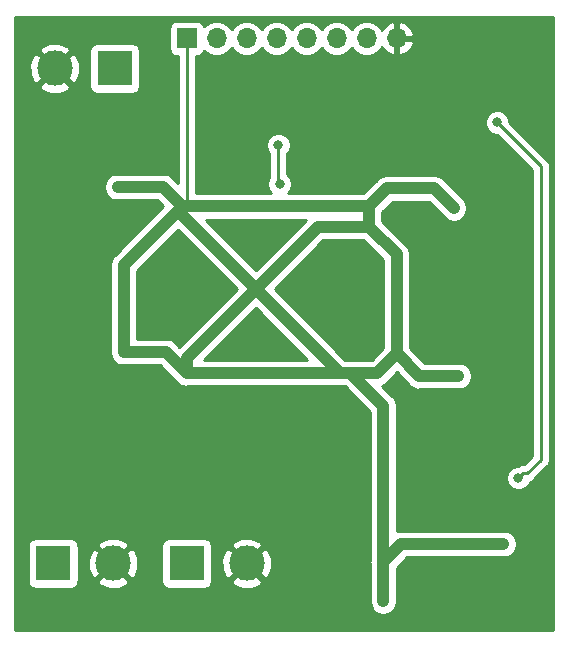
<source format=gbr>
G04 #@! TF.GenerationSoftware,KiCad,Pcbnew,(5.0.0)*
G04 #@! TF.CreationDate,2020-04-28T19:31:03-04:00*
G04 #@! TF.ProjectId,Kyle's Amp,4B796C65277320416D702E6B69636164,rev?*
G04 #@! TF.SameCoordinates,Original*
G04 #@! TF.FileFunction,Copper,L2,Bot,Signal*
G04 #@! TF.FilePolarity,Positive*
%FSLAX46Y46*%
G04 Gerber Fmt 4.6, Leading zero omitted, Abs format (unit mm)*
G04 Created by KiCad (PCBNEW (5.0.0)) date 04/28/20 19:31:03*
%MOMM*%
%LPD*%
G01*
G04 APERTURE LIST*
G04 #@! TA.AperFunction,ComponentPad*
%ADD10R,3.000000X3.000000*%
G04 #@! TD*
G04 #@! TA.AperFunction,ComponentPad*
%ADD11C,3.000000*%
G04 #@! TD*
G04 #@! TA.AperFunction,ComponentPad*
%ADD12O,1.700000X1.700000*%
G04 #@! TD*
G04 #@! TA.AperFunction,ComponentPad*
%ADD13R,1.700000X1.700000*%
G04 #@! TD*
G04 #@! TA.AperFunction,ViaPad*
%ADD14C,0.800000*%
G04 #@! TD*
G04 #@! TA.AperFunction,Conductor*
%ADD15C,1.000000*%
G04 #@! TD*
G04 #@! TA.AperFunction,Conductor*
%ADD16C,0.250000*%
G04 #@! TD*
G04 #@! TA.AperFunction,Conductor*
%ADD17C,0.254000*%
G04 #@! TD*
G04 APERTURE END LIST*
D10*
G04 #@! TO.P,J2,1*
G04 #@! TO.N,VCC*
X108077000Y-115570000D03*
D11*
G04 #@! TO.P,J2,2*
G04 #@! TO.N,GND*
X113157000Y-115570000D03*
G04 #@! TD*
D12*
G04 #@! TO.P,J3,8*
G04 #@! TO.N,GND*
X137160000Y-71120000D03*
G04 #@! TO.P,J3,7*
G04 #@! TO.N,Net-(J3-Pad7)*
X134620000Y-71120000D03*
G04 #@! TO.P,J3,6*
G04 #@! TO.N,Net-(J3-Pad6)*
X132080000Y-71120000D03*
G04 #@! TO.P,J3,5*
G04 #@! TO.N,Net-(J3-Pad5)*
X129540000Y-71120000D03*
G04 #@! TO.P,J3,4*
G04 #@! TO.N,Net-(J3-Pad4)*
X127000000Y-71120000D03*
G04 #@! TO.P,J3,3*
G04 #@! TO.N,Net-(J3-Pad3)*
X124460000Y-71120000D03*
G04 #@! TO.P,J3,2*
G04 #@! TO.N,Net-(J3-Pad2)*
X121920000Y-71120000D03*
D13*
G04 #@! TO.P,J3,1*
G04 #@! TO.N,VCC*
X119380000Y-71120000D03*
G04 #@! TD*
D11*
G04 #@! TO.P,J4,2*
G04 #@! TO.N,GND*
X108204000Y-73660000D03*
D10*
G04 #@! TO.P,J4,1*
G04 #@! TO.N,INPUT1*
X113284000Y-73660000D03*
G04 #@! TD*
D11*
G04 #@! TO.P,J1,2*
G04 #@! TO.N,GND*
X124460000Y-115570000D03*
D10*
G04 #@! TO.P,J1,1*
G04 #@! TO.N,GPIO*
X119380000Y-115570000D03*
G04 #@! TD*
D14*
G04 #@! TO.N,VCC*
X137160000Y-97790000D03*
X142367000Y-99695000D03*
X119380000Y-99441000D03*
X114046000Y-97663000D03*
X118999000Y-85344000D03*
X113538000Y-83693000D03*
X136906000Y-83820000D03*
X141986000Y-85471000D03*
X136017000Y-118745000D03*
X146177000Y-113919000D03*
X114046000Y-92710000D03*
G04 #@! TO.N,GND*
X113548000Y-86614000D03*
X137033000Y-86741000D03*
X137287000Y-100711000D03*
X114046000Y-100584000D03*
X127000000Y-97790000D03*
X129540000Y-92710000D03*
X134620000Y-93980000D03*
X125730000Y-83820000D03*
X142875000Y-117602000D03*
X127254000Y-102362000D03*
X115824000Y-93726000D03*
X126238000Y-87757000D03*
X121920000Y-81280000D03*
X129540000Y-83820000D03*
X146050000Y-92710000D03*
X146050000Y-83820000D03*
X120650000Y-91440000D03*
X134620000Y-91440000D03*
G04 #@! TO.N,INPUT3*
X127143000Y-80137000D03*
X127254000Y-83439000D03*
G04 #@! TO.N,ENVOLPE*
X147447000Y-108331000D03*
X145669000Y-78232000D03*
G04 #@! TD*
D15*
G04 #@! TO.N,VCC*
X117348000Y-83693000D02*
X118999000Y-85344000D01*
X113538000Y-83693000D02*
X117348000Y-83693000D01*
X117602000Y-97663000D02*
X119380000Y-99441000D01*
X114046000Y-97663000D02*
X117602000Y-97663000D01*
X135509000Y-99441000D02*
X137160000Y-97790000D01*
X119564685Y-85344000D02*
X118999000Y-85344000D01*
X134816315Y-85344000D02*
X119564685Y-85344000D01*
X136340315Y-83820000D02*
X134816315Y-85344000D01*
X136906000Y-83820000D02*
X136340315Y-83820000D01*
X140335000Y-83820000D02*
X141986000Y-85471000D01*
X136906000Y-83820000D02*
X140335000Y-83820000D01*
X139065000Y-99695000D02*
X137160000Y-97790000D01*
X142367000Y-99695000D02*
X139065000Y-99695000D01*
X136017000Y-102235000D02*
X133223000Y-99441000D01*
X136017000Y-118745000D02*
X136017000Y-102235000D01*
X119380000Y-99441000D02*
X133223000Y-99441000D01*
X137160000Y-97790000D02*
X137160000Y-89408000D01*
X134816315Y-87064315D02*
X134816315Y-85344000D01*
X137160000Y-89408000D02*
X134816315Y-87064315D01*
X119380000Y-99441000D02*
X119380000Y-98171000D01*
X130486685Y-87064315D02*
X134816315Y-87064315D01*
X119380000Y-98171000D02*
X130486685Y-87064315D01*
X132334000Y-99441000D02*
X118618000Y-85725000D01*
X134874000Y-99441000D02*
X132334000Y-99441000D01*
X118618000Y-85725000D02*
X114046000Y-90297000D01*
X118999000Y-85344000D02*
X118618000Y-85725000D01*
X134874000Y-99441000D02*
X135509000Y-99441000D01*
X133223000Y-99441000D02*
X134874000Y-99441000D01*
X136017000Y-118745000D02*
X136017000Y-115443000D01*
X136017000Y-115443000D02*
X137541000Y-113919000D01*
X137541000Y-113919000D02*
X146177000Y-113919000D01*
D16*
X119380000Y-84963000D02*
X118999000Y-85344000D01*
X119380000Y-71120000D02*
X119380000Y-84963000D01*
D15*
X114046000Y-92710000D02*
X114046000Y-97663000D01*
X114046000Y-90297000D02*
X114046000Y-92710000D01*
D16*
G04 #@! TO.N,INPUT3*
X127143000Y-80137000D02*
X127143000Y-83328000D01*
X127143000Y-83328000D02*
X127254000Y-83439000D01*
G04 #@! TO.N,ENVOLPE*
X147846999Y-107931001D02*
X148227999Y-107931001D01*
X147447000Y-108331000D02*
X147846999Y-107931001D01*
X148227999Y-107931001D02*
X149352000Y-106807000D01*
X149352000Y-106807000D02*
X149352000Y-81915000D01*
X149352000Y-81915000D02*
X145669000Y-78232000D01*
G04 #@! TD*
D17*
G04 #@! TO.N,GND*
G36*
X150420001Y-121210000D02*
X104850000Y-121210000D01*
X104850000Y-114070000D01*
X105929560Y-114070000D01*
X105929560Y-117070000D01*
X105978843Y-117317765D01*
X106119191Y-117527809D01*
X106329235Y-117668157D01*
X106577000Y-117717440D01*
X109577000Y-117717440D01*
X109824765Y-117668157D01*
X110034809Y-117527809D01*
X110175157Y-117317765D01*
X110221661Y-117083970D01*
X111822635Y-117083970D01*
X111982418Y-117402739D01*
X112773187Y-117712723D01*
X113622387Y-117696497D01*
X114331582Y-117402739D01*
X114491365Y-117083970D01*
X113157000Y-115749605D01*
X111822635Y-117083970D01*
X110221661Y-117083970D01*
X110224440Y-117070000D01*
X110224440Y-115186187D01*
X111014277Y-115186187D01*
X111030503Y-116035387D01*
X111324261Y-116744582D01*
X111643030Y-116904365D01*
X112977395Y-115570000D01*
X113336605Y-115570000D01*
X114670970Y-116904365D01*
X114989739Y-116744582D01*
X115299723Y-115953813D01*
X115283497Y-115104613D01*
X114989739Y-114395418D01*
X114670970Y-114235635D01*
X113336605Y-115570000D01*
X112977395Y-115570000D01*
X111643030Y-114235635D01*
X111324261Y-114395418D01*
X111014277Y-115186187D01*
X110224440Y-115186187D01*
X110224440Y-114070000D01*
X110221662Y-114056030D01*
X111822635Y-114056030D01*
X113157000Y-115390395D01*
X114477395Y-114070000D01*
X117232560Y-114070000D01*
X117232560Y-117070000D01*
X117281843Y-117317765D01*
X117422191Y-117527809D01*
X117632235Y-117668157D01*
X117880000Y-117717440D01*
X120880000Y-117717440D01*
X121127765Y-117668157D01*
X121337809Y-117527809D01*
X121478157Y-117317765D01*
X121524661Y-117083970D01*
X123125635Y-117083970D01*
X123285418Y-117402739D01*
X124076187Y-117712723D01*
X124925387Y-117696497D01*
X125634582Y-117402739D01*
X125794365Y-117083970D01*
X124460000Y-115749605D01*
X123125635Y-117083970D01*
X121524661Y-117083970D01*
X121527440Y-117070000D01*
X121527440Y-115186187D01*
X122317277Y-115186187D01*
X122333503Y-116035387D01*
X122627261Y-116744582D01*
X122946030Y-116904365D01*
X124280395Y-115570000D01*
X124639605Y-115570000D01*
X125973970Y-116904365D01*
X126292739Y-116744582D01*
X126602723Y-115953813D01*
X126586497Y-115104613D01*
X126292739Y-114395418D01*
X125973970Y-114235635D01*
X124639605Y-115570000D01*
X124280395Y-115570000D01*
X122946030Y-114235635D01*
X122627261Y-114395418D01*
X122317277Y-115186187D01*
X121527440Y-115186187D01*
X121527440Y-114070000D01*
X121524662Y-114056030D01*
X123125635Y-114056030D01*
X124460000Y-115390395D01*
X125794365Y-114056030D01*
X125634582Y-113737261D01*
X124843813Y-113427277D01*
X123994613Y-113443503D01*
X123285418Y-113737261D01*
X123125635Y-114056030D01*
X121524662Y-114056030D01*
X121478157Y-113822235D01*
X121337809Y-113612191D01*
X121127765Y-113471843D01*
X120880000Y-113422560D01*
X117880000Y-113422560D01*
X117632235Y-113471843D01*
X117422191Y-113612191D01*
X117281843Y-113822235D01*
X117232560Y-114070000D01*
X114477395Y-114070000D01*
X114491365Y-114056030D01*
X114331582Y-113737261D01*
X113540813Y-113427277D01*
X112691613Y-113443503D01*
X111982418Y-113737261D01*
X111822635Y-114056030D01*
X110221662Y-114056030D01*
X110175157Y-113822235D01*
X110034809Y-113612191D01*
X109824765Y-113471843D01*
X109577000Y-113422560D01*
X106577000Y-113422560D01*
X106329235Y-113471843D01*
X106119191Y-113612191D01*
X105978843Y-113822235D01*
X105929560Y-114070000D01*
X104850000Y-114070000D01*
X104850000Y-83693000D01*
X112380765Y-83693000D01*
X112468854Y-84135855D01*
X112719711Y-84511289D01*
X113095145Y-84762146D01*
X113426217Y-84828000D01*
X116877869Y-84828000D01*
X117393868Y-85344000D01*
X113322482Y-89415387D01*
X113227711Y-89478711D01*
X112979054Y-89850854D01*
X112976854Y-89854146D01*
X112888765Y-90297000D01*
X112911000Y-90408783D01*
X112911001Y-92598213D01*
X112911000Y-92598218D01*
X112911001Y-97551212D01*
X112888765Y-97663000D01*
X112976854Y-98105855D01*
X113227711Y-98481289D01*
X113603145Y-98732146D01*
X113934217Y-98798000D01*
X114046000Y-98820235D01*
X114157783Y-98798000D01*
X117131869Y-98798000D01*
X118498389Y-100164521D01*
X118561710Y-100259288D01*
X118561711Y-100259289D01*
X118937145Y-100510146D01*
X119380000Y-100598235D01*
X119491783Y-100576000D01*
X132222216Y-100576000D01*
X132333999Y-100598235D01*
X132445782Y-100576000D01*
X132752869Y-100576000D01*
X134882001Y-102705133D01*
X134882000Y-115331216D01*
X134859765Y-115443000D01*
X134882000Y-115554784D01*
X134882000Y-118856782D01*
X134947854Y-119187854D01*
X135198711Y-119563289D01*
X135574145Y-119814146D01*
X136017000Y-119902235D01*
X136459854Y-119814146D01*
X136835289Y-119563289D01*
X137086146Y-119187855D01*
X137152000Y-118856783D01*
X137152000Y-115913131D01*
X138011133Y-115054000D01*
X146288783Y-115054000D01*
X146619855Y-114988146D01*
X146995289Y-114737289D01*
X147246146Y-114361855D01*
X147334235Y-113919000D01*
X147246146Y-113476145D01*
X146995289Y-113100711D01*
X146619855Y-112849854D01*
X146288783Y-112784000D01*
X137652781Y-112784000D01*
X137540999Y-112761765D01*
X137429217Y-112784000D01*
X137152000Y-112839142D01*
X137152000Y-102346783D01*
X137174235Y-102235000D01*
X137086146Y-101792145D01*
X136835289Y-101416711D01*
X136740521Y-101353389D01*
X135906333Y-100519201D01*
X135951855Y-100510146D01*
X136327289Y-100259289D01*
X136390613Y-100164519D01*
X137160000Y-99395132D01*
X138183389Y-100418521D01*
X138246711Y-100513289D01*
X138571042Y-100730000D01*
X138622145Y-100764146D01*
X139065000Y-100852235D01*
X139176783Y-100830000D01*
X142478783Y-100830000D01*
X142809855Y-100764146D01*
X143185289Y-100513289D01*
X143436146Y-100137855D01*
X143524235Y-99695000D01*
X143436146Y-99252145D01*
X143185289Y-98876711D01*
X142809855Y-98625854D01*
X142478783Y-98560000D01*
X139535132Y-98560000D01*
X138295000Y-97319869D01*
X138295000Y-89519782D01*
X138317235Y-89407999D01*
X138229146Y-88965145D01*
X137978289Y-88589711D01*
X137883521Y-88526389D01*
X135951315Y-86594184D01*
X135951315Y-85814131D01*
X136810448Y-84955000D01*
X139864869Y-84955000D01*
X141262476Y-86352609D01*
X141543145Y-86540146D01*
X141986000Y-86628235D01*
X142428854Y-86540146D01*
X142804289Y-86289289D01*
X143055146Y-85913854D01*
X143143235Y-85471000D01*
X143055146Y-85028145D01*
X142867609Y-84747476D01*
X141216613Y-83096481D01*
X141153289Y-83001711D01*
X140777855Y-82750854D01*
X140446783Y-82685000D01*
X140335000Y-82662765D01*
X140223217Y-82685000D01*
X136452096Y-82685000D01*
X136340314Y-82662765D01*
X136228532Y-82685000D01*
X135897460Y-82750854D01*
X135522026Y-83001711D01*
X135458706Y-83096476D01*
X134346184Y-84209000D01*
X127947711Y-84209000D01*
X128131431Y-84025280D01*
X128289000Y-83644874D01*
X128289000Y-83233126D01*
X128131431Y-82852720D01*
X127903000Y-82624289D01*
X127903000Y-80840711D01*
X128020431Y-80723280D01*
X128178000Y-80342874D01*
X128178000Y-79931126D01*
X128020431Y-79550720D01*
X127729280Y-79259569D01*
X127348874Y-79102000D01*
X126937126Y-79102000D01*
X126556720Y-79259569D01*
X126265569Y-79550720D01*
X126108000Y-79931126D01*
X126108000Y-80342874D01*
X126265569Y-80723280D01*
X126383000Y-80840711D01*
X126383001Y-82846288D01*
X126376569Y-82852720D01*
X126219000Y-83233126D01*
X126219000Y-83644874D01*
X126376569Y-84025280D01*
X126560289Y-84209000D01*
X120140000Y-84209000D01*
X120140000Y-78026126D01*
X144634000Y-78026126D01*
X144634000Y-78437874D01*
X144791569Y-78818280D01*
X145082720Y-79109431D01*
X145463126Y-79267000D01*
X145629199Y-79267000D01*
X148592001Y-82229803D01*
X148592000Y-106492197D01*
X147914632Y-107169566D01*
X147846998Y-107156113D01*
X147772151Y-107171001D01*
X147772147Y-107171001D01*
X147550462Y-107215097D01*
X147429382Y-107296000D01*
X147241126Y-107296000D01*
X146860720Y-107453569D01*
X146569569Y-107744720D01*
X146412000Y-108125126D01*
X146412000Y-108536874D01*
X146569569Y-108917280D01*
X146860720Y-109208431D01*
X147241126Y-109366000D01*
X147652874Y-109366000D01*
X148033280Y-109208431D01*
X148324431Y-108917280D01*
X148428512Y-108666005D01*
X148524536Y-108646905D01*
X148775928Y-108478930D01*
X148818330Y-108415471D01*
X149836476Y-107397327D01*
X149899929Y-107354929D01*
X149942327Y-107291476D01*
X149942329Y-107291474D01*
X150067903Y-107103538D01*
X150067904Y-107103537D01*
X150112000Y-106881852D01*
X150112000Y-106881848D01*
X150126888Y-106807001D01*
X150112000Y-106732154D01*
X150112000Y-81989848D01*
X150126888Y-81915000D01*
X150112000Y-81840152D01*
X150112000Y-81840148D01*
X150067904Y-81618463D01*
X149899929Y-81367071D01*
X149836473Y-81324671D01*
X146704000Y-78192199D01*
X146704000Y-78026126D01*
X146546431Y-77645720D01*
X146255280Y-77354569D01*
X145874874Y-77197000D01*
X145463126Y-77197000D01*
X145082720Y-77354569D01*
X144791569Y-77645720D01*
X144634000Y-78026126D01*
X120140000Y-78026126D01*
X120140000Y-72617440D01*
X120230000Y-72617440D01*
X120477765Y-72568157D01*
X120687809Y-72427809D01*
X120828157Y-72217765D01*
X120837184Y-72172381D01*
X120849375Y-72190625D01*
X121340582Y-72518839D01*
X121773744Y-72605000D01*
X122066256Y-72605000D01*
X122499418Y-72518839D01*
X122990625Y-72190625D01*
X123190000Y-71892239D01*
X123389375Y-72190625D01*
X123880582Y-72518839D01*
X124313744Y-72605000D01*
X124606256Y-72605000D01*
X125039418Y-72518839D01*
X125530625Y-72190625D01*
X125730000Y-71892239D01*
X125929375Y-72190625D01*
X126420582Y-72518839D01*
X126853744Y-72605000D01*
X127146256Y-72605000D01*
X127579418Y-72518839D01*
X128070625Y-72190625D01*
X128270000Y-71892239D01*
X128469375Y-72190625D01*
X128960582Y-72518839D01*
X129393744Y-72605000D01*
X129686256Y-72605000D01*
X130119418Y-72518839D01*
X130610625Y-72190625D01*
X130810000Y-71892239D01*
X131009375Y-72190625D01*
X131500582Y-72518839D01*
X131933744Y-72605000D01*
X132226256Y-72605000D01*
X132659418Y-72518839D01*
X133150625Y-72190625D01*
X133350000Y-71892239D01*
X133549375Y-72190625D01*
X134040582Y-72518839D01*
X134473744Y-72605000D01*
X134766256Y-72605000D01*
X135199418Y-72518839D01*
X135690625Y-72190625D01*
X135903843Y-71871522D01*
X135964817Y-72001358D01*
X136393076Y-72391645D01*
X136803110Y-72561476D01*
X137033000Y-72440155D01*
X137033000Y-71247000D01*
X137287000Y-71247000D01*
X137287000Y-72440155D01*
X137516890Y-72561476D01*
X137926924Y-72391645D01*
X138355183Y-72001358D01*
X138601486Y-71476892D01*
X138480819Y-71247000D01*
X137287000Y-71247000D01*
X137033000Y-71247000D01*
X137013000Y-71247000D01*
X137013000Y-70993000D01*
X137033000Y-70993000D01*
X137033000Y-69799845D01*
X137287000Y-69799845D01*
X137287000Y-70993000D01*
X138480819Y-70993000D01*
X138601486Y-70763108D01*
X138355183Y-70238642D01*
X137926924Y-69848355D01*
X137516890Y-69678524D01*
X137287000Y-69799845D01*
X137033000Y-69799845D01*
X136803110Y-69678524D01*
X136393076Y-69848355D01*
X135964817Y-70238642D01*
X135903843Y-70368478D01*
X135690625Y-70049375D01*
X135199418Y-69721161D01*
X134766256Y-69635000D01*
X134473744Y-69635000D01*
X134040582Y-69721161D01*
X133549375Y-70049375D01*
X133350000Y-70347761D01*
X133150625Y-70049375D01*
X132659418Y-69721161D01*
X132226256Y-69635000D01*
X131933744Y-69635000D01*
X131500582Y-69721161D01*
X131009375Y-70049375D01*
X130810000Y-70347761D01*
X130610625Y-70049375D01*
X130119418Y-69721161D01*
X129686256Y-69635000D01*
X129393744Y-69635000D01*
X128960582Y-69721161D01*
X128469375Y-70049375D01*
X128270000Y-70347761D01*
X128070625Y-70049375D01*
X127579418Y-69721161D01*
X127146256Y-69635000D01*
X126853744Y-69635000D01*
X126420582Y-69721161D01*
X125929375Y-70049375D01*
X125730000Y-70347761D01*
X125530625Y-70049375D01*
X125039418Y-69721161D01*
X124606256Y-69635000D01*
X124313744Y-69635000D01*
X123880582Y-69721161D01*
X123389375Y-70049375D01*
X123190000Y-70347761D01*
X122990625Y-70049375D01*
X122499418Y-69721161D01*
X122066256Y-69635000D01*
X121773744Y-69635000D01*
X121340582Y-69721161D01*
X120849375Y-70049375D01*
X120837184Y-70067619D01*
X120828157Y-70022235D01*
X120687809Y-69812191D01*
X120477765Y-69671843D01*
X120230000Y-69622560D01*
X118530000Y-69622560D01*
X118282235Y-69671843D01*
X118072191Y-69812191D01*
X117931843Y-70022235D01*
X117882560Y-70270000D01*
X117882560Y-71970000D01*
X117931843Y-72217765D01*
X118072191Y-72427809D01*
X118282235Y-72568157D01*
X118530000Y-72617440D01*
X118620000Y-72617440D01*
X118620001Y-83359869D01*
X118229613Y-82969481D01*
X118166289Y-82874711D01*
X117790855Y-82623854D01*
X117459783Y-82558000D01*
X117348000Y-82535765D01*
X117236217Y-82558000D01*
X113426217Y-82558000D01*
X113095145Y-82623854D01*
X112719711Y-82874711D01*
X112468854Y-83250145D01*
X112380765Y-83693000D01*
X104850000Y-83693000D01*
X104850000Y-75173970D01*
X106869635Y-75173970D01*
X107029418Y-75492739D01*
X107820187Y-75802723D01*
X108669387Y-75786497D01*
X109378582Y-75492739D01*
X109538365Y-75173970D01*
X108204000Y-73839605D01*
X106869635Y-75173970D01*
X104850000Y-75173970D01*
X104850000Y-73276187D01*
X106061277Y-73276187D01*
X106077503Y-74125387D01*
X106371261Y-74834582D01*
X106690030Y-74994365D01*
X108024395Y-73660000D01*
X108383605Y-73660000D01*
X109717970Y-74994365D01*
X110036739Y-74834582D01*
X110346723Y-74043813D01*
X110330497Y-73194613D01*
X110036739Y-72485418D01*
X109717970Y-72325635D01*
X108383605Y-73660000D01*
X108024395Y-73660000D01*
X106690030Y-72325635D01*
X106371261Y-72485418D01*
X106061277Y-73276187D01*
X104850000Y-73276187D01*
X104850000Y-72146030D01*
X106869635Y-72146030D01*
X108204000Y-73480395D01*
X109524395Y-72160000D01*
X111136560Y-72160000D01*
X111136560Y-75160000D01*
X111185843Y-75407765D01*
X111326191Y-75617809D01*
X111536235Y-75758157D01*
X111784000Y-75807440D01*
X114784000Y-75807440D01*
X115031765Y-75758157D01*
X115241809Y-75617809D01*
X115382157Y-75407765D01*
X115431440Y-75160000D01*
X115431440Y-72160000D01*
X115382157Y-71912235D01*
X115241809Y-71702191D01*
X115031765Y-71561843D01*
X114784000Y-71512560D01*
X111784000Y-71512560D01*
X111536235Y-71561843D01*
X111326191Y-71702191D01*
X111185843Y-71912235D01*
X111136560Y-72160000D01*
X109524395Y-72160000D01*
X109538365Y-72146030D01*
X109378582Y-71827261D01*
X108587813Y-71517277D01*
X107738613Y-71533503D01*
X107029418Y-71827261D01*
X106869635Y-72146030D01*
X104850000Y-72146030D01*
X104850000Y-69290000D01*
X150420000Y-69290000D01*
X150420001Y-121210000D01*
X150420001Y-121210000D01*
G37*
X150420001Y-121210000D02*
X104850000Y-121210000D01*
X104850000Y-114070000D01*
X105929560Y-114070000D01*
X105929560Y-117070000D01*
X105978843Y-117317765D01*
X106119191Y-117527809D01*
X106329235Y-117668157D01*
X106577000Y-117717440D01*
X109577000Y-117717440D01*
X109824765Y-117668157D01*
X110034809Y-117527809D01*
X110175157Y-117317765D01*
X110221661Y-117083970D01*
X111822635Y-117083970D01*
X111982418Y-117402739D01*
X112773187Y-117712723D01*
X113622387Y-117696497D01*
X114331582Y-117402739D01*
X114491365Y-117083970D01*
X113157000Y-115749605D01*
X111822635Y-117083970D01*
X110221661Y-117083970D01*
X110224440Y-117070000D01*
X110224440Y-115186187D01*
X111014277Y-115186187D01*
X111030503Y-116035387D01*
X111324261Y-116744582D01*
X111643030Y-116904365D01*
X112977395Y-115570000D01*
X113336605Y-115570000D01*
X114670970Y-116904365D01*
X114989739Y-116744582D01*
X115299723Y-115953813D01*
X115283497Y-115104613D01*
X114989739Y-114395418D01*
X114670970Y-114235635D01*
X113336605Y-115570000D01*
X112977395Y-115570000D01*
X111643030Y-114235635D01*
X111324261Y-114395418D01*
X111014277Y-115186187D01*
X110224440Y-115186187D01*
X110224440Y-114070000D01*
X110221662Y-114056030D01*
X111822635Y-114056030D01*
X113157000Y-115390395D01*
X114477395Y-114070000D01*
X117232560Y-114070000D01*
X117232560Y-117070000D01*
X117281843Y-117317765D01*
X117422191Y-117527809D01*
X117632235Y-117668157D01*
X117880000Y-117717440D01*
X120880000Y-117717440D01*
X121127765Y-117668157D01*
X121337809Y-117527809D01*
X121478157Y-117317765D01*
X121524661Y-117083970D01*
X123125635Y-117083970D01*
X123285418Y-117402739D01*
X124076187Y-117712723D01*
X124925387Y-117696497D01*
X125634582Y-117402739D01*
X125794365Y-117083970D01*
X124460000Y-115749605D01*
X123125635Y-117083970D01*
X121524661Y-117083970D01*
X121527440Y-117070000D01*
X121527440Y-115186187D01*
X122317277Y-115186187D01*
X122333503Y-116035387D01*
X122627261Y-116744582D01*
X122946030Y-116904365D01*
X124280395Y-115570000D01*
X124639605Y-115570000D01*
X125973970Y-116904365D01*
X126292739Y-116744582D01*
X126602723Y-115953813D01*
X126586497Y-115104613D01*
X126292739Y-114395418D01*
X125973970Y-114235635D01*
X124639605Y-115570000D01*
X124280395Y-115570000D01*
X122946030Y-114235635D01*
X122627261Y-114395418D01*
X122317277Y-115186187D01*
X121527440Y-115186187D01*
X121527440Y-114070000D01*
X121524662Y-114056030D01*
X123125635Y-114056030D01*
X124460000Y-115390395D01*
X125794365Y-114056030D01*
X125634582Y-113737261D01*
X124843813Y-113427277D01*
X123994613Y-113443503D01*
X123285418Y-113737261D01*
X123125635Y-114056030D01*
X121524662Y-114056030D01*
X121478157Y-113822235D01*
X121337809Y-113612191D01*
X121127765Y-113471843D01*
X120880000Y-113422560D01*
X117880000Y-113422560D01*
X117632235Y-113471843D01*
X117422191Y-113612191D01*
X117281843Y-113822235D01*
X117232560Y-114070000D01*
X114477395Y-114070000D01*
X114491365Y-114056030D01*
X114331582Y-113737261D01*
X113540813Y-113427277D01*
X112691613Y-113443503D01*
X111982418Y-113737261D01*
X111822635Y-114056030D01*
X110221662Y-114056030D01*
X110175157Y-113822235D01*
X110034809Y-113612191D01*
X109824765Y-113471843D01*
X109577000Y-113422560D01*
X106577000Y-113422560D01*
X106329235Y-113471843D01*
X106119191Y-113612191D01*
X105978843Y-113822235D01*
X105929560Y-114070000D01*
X104850000Y-114070000D01*
X104850000Y-83693000D01*
X112380765Y-83693000D01*
X112468854Y-84135855D01*
X112719711Y-84511289D01*
X113095145Y-84762146D01*
X113426217Y-84828000D01*
X116877869Y-84828000D01*
X117393868Y-85344000D01*
X113322482Y-89415387D01*
X113227711Y-89478711D01*
X112979054Y-89850854D01*
X112976854Y-89854146D01*
X112888765Y-90297000D01*
X112911000Y-90408783D01*
X112911001Y-92598213D01*
X112911000Y-92598218D01*
X112911001Y-97551212D01*
X112888765Y-97663000D01*
X112976854Y-98105855D01*
X113227711Y-98481289D01*
X113603145Y-98732146D01*
X113934217Y-98798000D01*
X114046000Y-98820235D01*
X114157783Y-98798000D01*
X117131869Y-98798000D01*
X118498389Y-100164521D01*
X118561710Y-100259288D01*
X118561711Y-100259289D01*
X118937145Y-100510146D01*
X119380000Y-100598235D01*
X119491783Y-100576000D01*
X132222216Y-100576000D01*
X132333999Y-100598235D01*
X132445782Y-100576000D01*
X132752869Y-100576000D01*
X134882001Y-102705133D01*
X134882000Y-115331216D01*
X134859765Y-115443000D01*
X134882000Y-115554784D01*
X134882000Y-118856782D01*
X134947854Y-119187854D01*
X135198711Y-119563289D01*
X135574145Y-119814146D01*
X136017000Y-119902235D01*
X136459854Y-119814146D01*
X136835289Y-119563289D01*
X137086146Y-119187855D01*
X137152000Y-118856783D01*
X137152000Y-115913131D01*
X138011133Y-115054000D01*
X146288783Y-115054000D01*
X146619855Y-114988146D01*
X146995289Y-114737289D01*
X147246146Y-114361855D01*
X147334235Y-113919000D01*
X147246146Y-113476145D01*
X146995289Y-113100711D01*
X146619855Y-112849854D01*
X146288783Y-112784000D01*
X137652781Y-112784000D01*
X137540999Y-112761765D01*
X137429217Y-112784000D01*
X137152000Y-112839142D01*
X137152000Y-102346783D01*
X137174235Y-102235000D01*
X137086146Y-101792145D01*
X136835289Y-101416711D01*
X136740521Y-101353389D01*
X135906333Y-100519201D01*
X135951855Y-100510146D01*
X136327289Y-100259289D01*
X136390613Y-100164519D01*
X137160000Y-99395132D01*
X138183389Y-100418521D01*
X138246711Y-100513289D01*
X138571042Y-100730000D01*
X138622145Y-100764146D01*
X139065000Y-100852235D01*
X139176783Y-100830000D01*
X142478783Y-100830000D01*
X142809855Y-100764146D01*
X143185289Y-100513289D01*
X143436146Y-100137855D01*
X143524235Y-99695000D01*
X143436146Y-99252145D01*
X143185289Y-98876711D01*
X142809855Y-98625854D01*
X142478783Y-98560000D01*
X139535132Y-98560000D01*
X138295000Y-97319869D01*
X138295000Y-89519782D01*
X138317235Y-89407999D01*
X138229146Y-88965145D01*
X137978289Y-88589711D01*
X137883521Y-88526389D01*
X135951315Y-86594184D01*
X135951315Y-85814131D01*
X136810448Y-84955000D01*
X139864869Y-84955000D01*
X141262476Y-86352609D01*
X141543145Y-86540146D01*
X141986000Y-86628235D01*
X142428854Y-86540146D01*
X142804289Y-86289289D01*
X143055146Y-85913854D01*
X143143235Y-85471000D01*
X143055146Y-85028145D01*
X142867609Y-84747476D01*
X141216613Y-83096481D01*
X141153289Y-83001711D01*
X140777855Y-82750854D01*
X140446783Y-82685000D01*
X140335000Y-82662765D01*
X140223217Y-82685000D01*
X136452096Y-82685000D01*
X136340314Y-82662765D01*
X136228532Y-82685000D01*
X135897460Y-82750854D01*
X135522026Y-83001711D01*
X135458706Y-83096476D01*
X134346184Y-84209000D01*
X127947711Y-84209000D01*
X128131431Y-84025280D01*
X128289000Y-83644874D01*
X128289000Y-83233126D01*
X128131431Y-82852720D01*
X127903000Y-82624289D01*
X127903000Y-80840711D01*
X128020431Y-80723280D01*
X128178000Y-80342874D01*
X128178000Y-79931126D01*
X128020431Y-79550720D01*
X127729280Y-79259569D01*
X127348874Y-79102000D01*
X126937126Y-79102000D01*
X126556720Y-79259569D01*
X126265569Y-79550720D01*
X126108000Y-79931126D01*
X126108000Y-80342874D01*
X126265569Y-80723280D01*
X126383000Y-80840711D01*
X126383001Y-82846288D01*
X126376569Y-82852720D01*
X126219000Y-83233126D01*
X126219000Y-83644874D01*
X126376569Y-84025280D01*
X126560289Y-84209000D01*
X120140000Y-84209000D01*
X120140000Y-78026126D01*
X144634000Y-78026126D01*
X144634000Y-78437874D01*
X144791569Y-78818280D01*
X145082720Y-79109431D01*
X145463126Y-79267000D01*
X145629199Y-79267000D01*
X148592001Y-82229803D01*
X148592000Y-106492197D01*
X147914632Y-107169566D01*
X147846998Y-107156113D01*
X147772151Y-107171001D01*
X147772147Y-107171001D01*
X147550462Y-107215097D01*
X147429382Y-107296000D01*
X147241126Y-107296000D01*
X146860720Y-107453569D01*
X146569569Y-107744720D01*
X146412000Y-108125126D01*
X146412000Y-108536874D01*
X146569569Y-108917280D01*
X146860720Y-109208431D01*
X147241126Y-109366000D01*
X147652874Y-109366000D01*
X148033280Y-109208431D01*
X148324431Y-108917280D01*
X148428512Y-108666005D01*
X148524536Y-108646905D01*
X148775928Y-108478930D01*
X148818330Y-108415471D01*
X149836476Y-107397327D01*
X149899929Y-107354929D01*
X149942327Y-107291476D01*
X149942329Y-107291474D01*
X150067903Y-107103538D01*
X150067904Y-107103537D01*
X150112000Y-106881852D01*
X150112000Y-106881848D01*
X150126888Y-106807001D01*
X150112000Y-106732154D01*
X150112000Y-81989848D01*
X150126888Y-81915000D01*
X150112000Y-81840152D01*
X150112000Y-81840148D01*
X150067904Y-81618463D01*
X149899929Y-81367071D01*
X149836473Y-81324671D01*
X146704000Y-78192199D01*
X146704000Y-78026126D01*
X146546431Y-77645720D01*
X146255280Y-77354569D01*
X145874874Y-77197000D01*
X145463126Y-77197000D01*
X145082720Y-77354569D01*
X144791569Y-77645720D01*
X144634000Y-78026126D01*
X120140000Y-78026126D01*
X120140000Y-72617440D01*
X120230000Y-72617440D01*
X120477765Y-72568157D01*
X120687809Y-72427809D01*
X120828157Y-72217765D01*
X120837184Y-72172381D01*
X120849375Y-72190625D01*
X121340582Y-72518839D01*
X121773744Y-72605000D01*
X122066256Y-72605000D01*
X122499418Y-72518839D01*
X122990625Y-72190625D01*
X123190000Y-71892239D01*
X123389375Y-72190625D01*
X123880582Y-72518839D01*
X124313744Y-72605000D01*
X124606256Y-72605000D01*
X125039418Y-72518839D01*
X125530625Y-72190625D01*
X125730000Y-71892239D01*
X125929375Y-72190625D01*
X126420582Y-72518839D01*
X126853744Y-72605000D01*
X127146256Y-72605000D01*
X127579418Y-72518839D01*
X128070625Y-72190625D01*
X128270000Y-71892239D01*
X128469375Y-72190625D01*
X128960582Y-72518839D01*
X129393744Y-72605000D01*
X129686256Y-72605000D01*
X130119418Y-72518839D01*
X130610625Y-72190625D01*
X130810000Y-71892239D01*
X131009375Y-72190625D01*
X131500582Y-72518839D01*
X131933744Y-72605000D01*
X132226256Y-72605000D01*
X132659418Y-72518839D01*
X133150625Y-72190625D01*
X133350000Y-71892239D01*
X133549375Y-72190625D01*
X134040582Y-72518839D01*
X134473744Y-72605000D01*
X134766256Y-72605000D01*
X135199418Y-72518839D01*
X135690625Y-72190625D01*
X135903843Y-71871522D01*
X135964817Y-72001358D01*
X136393076Y-72391645D01*
X136803110Y-72561476D01*
X137033000Y-72440155D01*
X137033000Y-71247000D01*
X137287000Y-71247000D01*
X137287000Y-72440155D01*
X137516890Y-72561476D01*
X137926924Y-72391645D01*
X138355183Y-72001358D01*
X138601486Y-71476892D01*
X138480819Y-71247000D01*
X137287000Y-71247000D01*
X137033000Y-71247000D01*
X137013000Y-71247000D01*
X137013000Y-70993000D01*
X137033000Y-70993000D01*
X137033000Y-69799845D01*
X137287000Y-69799845D01*
X137287000Y-70993000D01*
X138480819Y-70993000D01*
X138601486Y-70763108D01*
X138355183Y-70238642D01*
X137926924Y-69848355D01*
X137516890Y-69678524D01*
X137287000Y-69799845D01*
X137033000Y-69799845D01*
X136803110Y-69678524D01*
X136393076Y-69848355D01*
X135964817Y-70238642D01*
X135903843Y-70368478D01*
X135690625Y-70049375D01*
X135199418Y-69721161D01*
X134766256Y-69635000D01*
X134473744Y-69635000D01*
X134040582Y-69721161D01*
X133549375Y-70049375D01*
X133350000Y-70347761D01*
X133150625Y-70049375D01*
X132659418Y-69721161D01*
X132226256Y-69635000D01*
X131933744Y-69635000D01*
X131500582Y-69721161D01*
X131009375Y-70049375D01*
X130810000Y-70347761D01*
X130610625Y-70049375D01*
X130119418Y-69721161D01*
X129686256Y-69635000D01*
X129393744Y-69635000D01*
X128960582Y-69721161D01*
X128469375Y-70049375D01*
X128270000Y-70347761D01*
X128070625Y-70049375D01*
X127579418Y-69721161D01*
X127146256Y-69635000D01*
X126853744Y-69635000D01*
X126420582Y-69721161D01*
X125929375Y-70049375D01*
X125730000Y-70347761D01*
X125530625Y-70049375D01*
X125039418Y-69721161D01*
X124606256Y-69635000D01*
X124313744Y-69635000D01*
X123880582Y-69721161D01*
X123389375Y-70049375D01*
X123190000Y-70347761D01*
X122990625Y-70049375D01*
X122499418Y-69721161D01*
X122066256Y-69635000D01*
X121773744Y-69635000D01*
X121340582Y-69721161D01*
X120849375Y-70049375D01*
X120837184Y-70067619D01*
X120828157Y-70022235D01*
X120687809Y-69812191D01*
X120477765Y-69671843D01*
X120230000Y-69622560D01*
X118530000Y-69622560D01*
X118282235Y-69671843D01*
X118072191Y-69812191D01*
X117931843Y-70022235D01*
X117882560Y-70270000D01*
X117882560Y-71970000D01*
X117931843Y-72217765D01*
X118072191Y-72427809D01*
X118282235Y-72568157D01*
X118530000Y-72617440D01*
X118620000Y-72617440D01*
X118620001Y-83359869D01*
X118229613Y-82969481D01*
X118166289Y-82874711D01*
X117790855Y-82623854D01*
X117459783Y-82558000D01*
X117348000Y-82535765D01*
X117236217Y-82558000D01*
X113426217Y-82558000D01*
X113095145Y-82623854D01*
X112719711Y-82874711D01*
X112468854Y-83250145D01*
X112380765Y-83693000D01*
X104850000Y-83693000D01*
X104850000Y-75173970D01*
X106869635Y-75173970D01*
X107029418Y-75492739D01*
X107820187Y-75802723D01*
X108669387Y-75786497D01*
X109378582Y-75492739D01*
X109538365Y-75173970D01*
X108204000Y-73839605D01*
X106869635Y-75173970D01*
X104850000Y-75173970D01*
X104850000Y-73276187D01*
X106061277Y-73276187D01*
X106077503Y-74125387D01*
X106371261Y-74834582D01*
X106690030Y-74994365D01*
X108024395Y-73660000D01*
X108383605Y-73660000D01*
X109717970Y-74994365D01*
X110036739Y-74834582D01*
X110346723Y-74043813D01*
X110330497Y-73194613D01*
X110036739Y-72485418D01*
X109717970Y-72325635D01*
X108383605Y-73660000D01*
X108024395Y-73660000D01*
X106690030Y-72325635D01*
X106371261Y-72485418D01*
X106061277Y-73276187D01*
X104850000Y-73276187D01*
X104850000Y-72146030D01*
X106869635Y-72146030D01*
X108204000Y-73480395D01*
X109524395Y-72160000D01*
X111136560Y-72160000D01*
X111136560Y-75160000D01*
X111185843Y-75407765D01*
X111326191Y-75617809D01*
X111536235Y-75758157D01*
X111784000Y-75807440D01*
X114784000Y-75807440D01*
X115031765Y-75758157D01*
X115241809Y-75617809D01*
X115382157Y-75407765D01*
X115431440Y-75160000D01*
X115431440Y-72160000D01*
X115382157Y-71912235D01*
X115241809Y-71702191D01*
X115031765Y-71561843D01*
X114784000Y-71512560D01*
X111784000Y-71512560D01*
X111536235Y-71561843D01*
X111326191Y-71702191D01*
X111185843Y-71912235D01*
X111136560Y-72160000D01*
X109524395Y-72160000D01*
X109538365Y-72146030D01*
X109378582Y-71827261D01*
X108587813Y-71517277D01*
X107738613Y-71533503D01*
X107029418Y-71827261D01*
X106869635Y-72146030D01*
X104850000Y-72146030D01*
X104850000Y-69290000D01*
X150420000Y-69290000D01*
X150420001Y-121210000D01*
G36*
X129593868Y-98306000D02*
X120850131Y-98306000D01*
X125222000Y-93934132D01*
X129593868Y-98306000D01*
X129593868Y-98306000D01*
G37*
X129593868Y-98306000D02*
X120850131Y-98306000D01*
X125222000Y-93934132D01*
X129593868Y-98306000D01*
G36*
X136025001Y-89878133D02*
X136025000Y-97319867D01*
X135038869Y-98306000D01*
X133334783Y-98306000D01*
X133223000Y-98283765D01*
X133111217Y-98306000D01*
X132804132Y-98306000D01*
X126827132Y-92329000D01*
X130956818Y-88199315D01*
X134346184Y-88199315D01*
X136025001Y-89878133D01*
X136025001Y-89878133D01*
G37*
X136025001Y-89878133D02*
X136025000Y-97319867D01*
X135038869Y-98306000D01*
X133334783Y-98306000D01*
X133223000Y-98283765D01*
X133111217Y-98306000D01*
X132804132Y-98306000D01*
X126827132Y-92329000D01*
X130956818Y-88199315D01*
X134346184Y-88199315D01*
X136025001Y-89878133D01*
G36*
X123616868Y-92329000D02*
X118745000Y-97200869D01*
X118483613Y-96939482D01*
X118420289Y-96844711D01*
X118044855Y-96593854D01*
X117713783Y-96528000D01*
X117602000Y-96505765D01*
X117490217Y-96528000D01*
X115181000Y-96528000D01*
X115181000Y-90767131D01*
X118618000Y-87330131D01*
X123616868Y-92329000D01*
X123616868Y-92329000D01*
G37*
X123616868Y-92329000D02*
X118745000Y-97200869D01*
X118483613Y-96939482D01*
X118420289Y-96844711D01*
X118044855Y-96593854D01*
X117713783Y-96528000D01*
X117602000Y-96505765D01*
X117490217Y-96528000D01*
X115181000Y-96528000D01*
X115181000Y-90767131D01*
X118618000Y-87330131D01*
X123616868Y-92329000D01*
G36*
X125222000Y-90723868D02*
X120977131Y-86479000D01*
X129466867Y-86479000D01*
X125222000Y-90723868D01*
X125222000Y-90723868D01*
G37*
X125222000Y-90723868D02*
X120977131Y-86479000D01*
X129466867Y-86479000D01*
X125222000Y-90723868D01*
G04 #@! TD*
M02*

</source>
